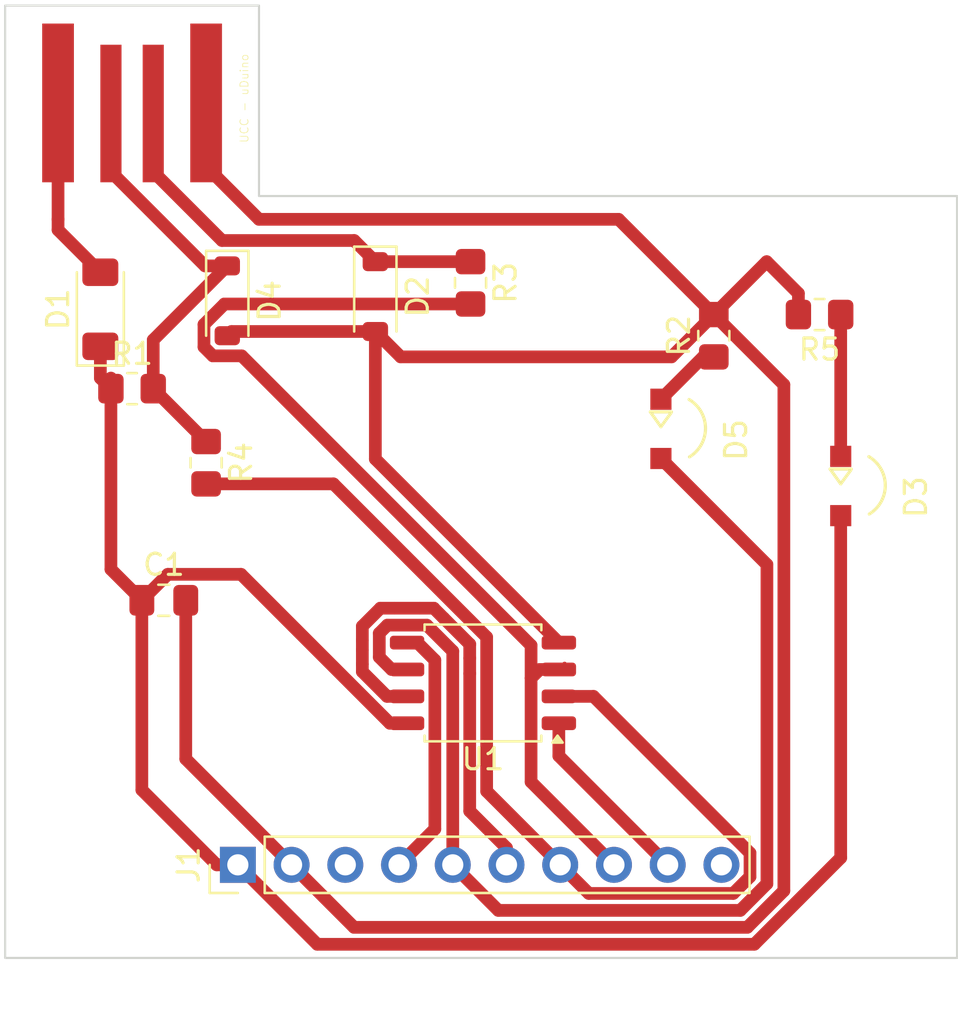
<source format=kicad_pcb>
(kicad_pcb (version 20241229) (generator "pcbnew") (generator_version "9.0")
  (layers (0 "F.Cu" signal) (2 "B.Cu" signal) (13 "F.Paste" user) (15 "B.Paste" user) (5 "F.SilkS" user "F.Silkscreen") (7 "B.SilkS" user "B.Silkscreen") (1 "F.Mask" user) (3 "B.Mask" user) (25 "Edge.Cuts" user))
  (net 0 "")
  (net 1 "GND")
  (net 2 "Net-(D1-A)")
  (net 3 "+5V")
  (net 4 "Net-(D2-K)")
  (net 5 "Net-(D3-K)")
  (net 6 "Net-(D4-K)")
  (net 7 "Net-(D5-K)")
  (net 8 "Net-(D5-A)")
  (net 9 "Net-(J1-Pin_4)")
  (net 10 "Net-(J1-Pin_7)")
  (net 12 "Net-(J1-Pin_6)")
  (net 13 "Net-(J1-Pin_9)")
  (net 14 "Net-(J1-Pin_8)")
  (footprint "Package_SO:SOIC-8_5.3x5.3mm_P1.27mm" (layer "F.Cu") (at 142.5875 85.405 180)
    (property "Reference" "U1" (at 0 -3.6 0) (layer "F.SilkS"))
    (property "Value" "ATtiny85-20S")
    (fp_line (start 2.76 2.76) (end 2.76 2.49) (stroke (width 0.12)) (layer "F.SilkS"))
    (fp_line (start 2.76 -2.76) (end 2.76 -2.49) (stroke (width 0.12)) (layer "F.SilkS"))
    (fp_line (start 0 2.76) (end 2.76 2.76) (stroke (width 0.12)) (layer "F.SilkS"))
    (fp_line (start 0 2.76) (end -2.76 2.76) (stroke (width 0.12)) (layer "F.SilkS"))
    (fp_line (start 0 -2.76) (end 2.76 -2.76) (stroke (width 0.12)) (layer "F.SilkS"))
    (fp_line (start 0 -2.76) (end -2.76 -2.76) (stroke (width 0.12)) (layer "F.SilkS"))
    (fp_line (start -2.76 2.76) (end -2.76 2.49) (stroke (width 0.12)) (layer "F.SilkS"))
    (fp_line (start -2.76 -2.76) (end -2.76 -2.49) (stroke (width 0.12)) (layer "F.SilkS"))
    (fp_poly (pts (xy -3.525 -2.49) (xy -3.765 -2.82) (xy -3.285 -2.82)) (stroke (width 0.12)) (fill yes) (layer "F.SilkS"))
    (pad "1" smd roundrect (at -3.5875 -1.905 180) (size 1.625 0.65) (layers "F.Cu" "F.Mask" "F.Paste") (net 13 "Net-(J1-Pin_9)"))
    (pad "2" smd roundrect (at -3.5875 -0.635 180) (size 1.625 0.65) (layers "F.Cu" "F.Mask" "F.Paste") (net 10 "Net-(J1-Pin_7)"))
    (pad "3" smd roundrect (at -3.5875 0.635 180) (size 1.625 0.65) (layers "F.Cu" "F.Mask" "F.Paste") (net 14 "Net-(J1-Pin_8)"))
    (pad "4" smd roundrect (at -3.5875 1.905 180) (size 1.625 0.65) (layers "F.Cu" "F.Mask" "F.Paste") (net 1 "GND"))
    (pad "5" smd roundrect (at 3.5875 1.905 180) (size 1.625 0.65) (layers "F.Cu" "F.Mask" "F.Paste") (net 9 "Net-(J1-Pin_4)"))
    (pad "6" smd roundrect (at 3.5875 0.635 180) (size 1.625 0.65) (layers "F.Cu" "F.Mask" "F.Paste") (net 8 "Net-(D5-A)"))
    (pad "7" smd roundrect (at 3.5875 -0.635 180) (size 1.625 0.65) (layers "F.Cu" "F.Mask" "F.Paste") (net 12 "Net-(J1-Pin_6)"))
    (pad "8" smd roundrect (at 3.5875 -1.905 180) (size 1.625 0.65) (layers "F.Cu" "F.Mask" "F.Paste") (net 3 "+5V"))
  )
  (footprint "Diode_SMD:D_SOD-123" (layer "F.Cu") (at 130.5 67.35 -90)
    (property "Reference" "D4" (at 0 -2 90) (layer "F.SilkS"))
    (property "Value" "3.6V 1/2mW")
    (fp_line (start -2.36 1) (end 1.65 1) (stroke (width 0.12)) (layer "F.SilkS"))
    (fp_line (start -2.36 -1) (end -2.36 1) (stroke (width 0.12)) (layer "F.SilkS"))
    (fp_line (start -2.36 -1) (end 1.65 -1) (stroke (width 0.12)) (layer "F.SilkS"))
    (pad "1" smd roundrect (at -1.65 0 270) (size 0.9 1.2) (layers "F.Cu" "F.Mask" "F.Paste") (net 6 "Net-(D4-K)"))
    (pad "2" smd roundrect (at 1.65 0 270) (size 0.9 1.2) (layers "F.Cu" "F.Mask" "F.Paste") (net 1 "GND"))
  )
  (footprint "ledSmd:ledSMD" (layer "F.Cu") (at 159.5 76.5 -90)
    (property "Reference" "D3" (at 0.125 -3.55 90) (layer "F.SilkS"))
    (property "Value" "LED Red")
    (fp_line (start -1.2 0.5) (end -1.2 -0.5) (stroke (width 0.15)) (layer "F.SilkS"))
    (fp_line (start -0.5 0) (end -1.2 0.5) (stroke (width 0.15)) (layer "F.SilkS"))
    (fp_line (start -1.15 -0.475) (end -0.5 0) (stroke (width 0.15)) (layer "F.SilkS"))
    (fp_arc (start -1.786089 -1.331572) (mid -0.435753 -2.107089) (end 0.924999 -1.349999) (stroke (width 0.15)) (layer "F.SilkS"))
    (pad "1" smd rect (at -1.8 0 270) (size 1 1) (layers "F.Cu" "F.Mask" "F.Paste") (net 5 "Net-(D3-K)"))
    (pad "2" smd rect (at 1 0 270) (size 1 1) (layers "F.Cu" "F.Mask" "F.Paste") (net 3 "+5V"))
  )
  (footprint "embeddedPcbUsb:USB_A_UCC" (layer "F.Cu") (at 126 58.2 -90)
    (property "Reference" "J2" (hide yes))
    (property "Value" "USB_A" (hide yes))
    (fp_text user "UCC - uDuino" (at -2.54 -5.08 90) (layer "F.SilkS") (effects (font (size 0.38608 0.38608) (thickness 0.032512)) (justify right top)))
    (pad "1" smd rect (at -0.2 3.5 270) (size 7.5 1.5) (layers "F.Cu" "F.Mask" "F.Paste") (net 2 "Net-(D1-A)"))
    (pad "2" smd rect (at 0.3 1 270) (size 6.5 1) (layers "F.Cu" "F.Mask" "F.Paste") (net 6 "Net-(D4-K)"))
    (pad "3" smd rect (at 0.3 -1 270) (size 6.5 1) (layers "F.Cu" "F.Mask" "F.Paste") (net 4 "Net-(D2-K)"))
    (pad "4" smd rect (at -0.2 -3.5 270) (size 7.5 1.5) (layers "F.Cu" "F.Mask" "F.Paste") (net 1 "GND"))
  )
  (footprint "Resistor_SMD:R_0805_2012Metric_Pad1.20x1.40mm_HandSolder" (layer "F.Cu") (at 153.5 69 90)
    (property "Reference" "R2" (at 0 -1.65 90) (layer "F.SilkS"))
    (property "Value" "330Ω 5% 1/8W")
    (fp_line (start -0.227064 -0.735) (end 0.227064 -0.735) (stroke (width 0.12)) (layer "F.SilkS"))
    (fp_line (start -0.227064 0.735) (end 0.227064 0.735) (stroke (width 0.12)) (layer "F.SilkS"))
    (pad "1" smd roundrect (at -1 0 90) (size 1.2 1.4) (layers "F.Cu" "F.Mask" "F.Paste") (roundrect_rratio 0.208333) (net 7 "Net-(D5-K)"))
    (pad "2" smd roundrect (at 1 0 90) (size 1.2 1.4) (layers "F.Cu" "F.Mask" "F.Paste") (roundrect_rratio 0.208333) (net 1 "GND"))
  )
  (footprint "Capacitor_SMD:C_0805_2012Metric_Pad1.18x1.45mm_HandSolder" (layer "F.Cu") (at 127.5 81.5)
    (property "Reference" "C1" (at 0 -1.68 0) (layer "F.SilkS"))
    (property "Value" "0.1u")
    (fp_line (start -0.261252 -0.735) (end 0.261252 -0.735) (stroke (width 0.12)) (layer "F.SilkS"))
    (fp_line (start -0.261252 0.735) (end 0.261252 0.735) (stroke (width 0.12)) (layer "F.SilkS"))
    (pad "1" smd roundrect (at -1.0375 0) (size 1.175 1.45) (layers "F.Cu" "F.Mask" "F.Paste") (roundrect_rratio 0.212766) (net 3 "+5V"))
    (pad "2" smd roundrect (at 1.0375 0) (size 1.175 1.45) (layers "F.Cu" "F.Mask" "F.Paste") (roundrect_rratio 0.212766) (net 1 "GND"))
  )
  (footprint "ledSmd:ledSMD" (layer "F.Cu") (at 151 73.8 -90)
    (property "Reference" "D5" (at 0.125 -3.55 90) (layer "F.SilkS"))
    (property "Value" "LED Green")
    (fp_line (start -1.2 0.5) (end -1.2 -0.5) (stroke (width 0.15)) (layer "F.SilkS"))
    (fp_line (start -0.5 0) (end -1.2 0.5) (stroke (width 0.15)) (layer "F.SilkS"))
    (fp_line (start -1.15 -0.475) (end -0.5 0) (stroke (width 0.15)) (layer "F.SilkS"))
    (fp_arc (start -1.786089 -1.331572) (mid -0.435753 -2.107089) (end 0.924999 -1.349999) (stroke (width 0.15)) (layer "F.SilkS"))
    (pad "1" smd rect (at -1.8 0 270) (size 1 1) (layers "F.Cu" "F.Mask" "F.Paste") (net 7 "Net-(D5-K)"))
    (pad "2" smd rect (at 1 0 270) (size 1 1) (layers "F.Cu" "F.Mask" "F.Paste") (net 8 "Net-(D5-A)"))
  )
  (footprint "Connector_PinHeader_2.54mm:PinHeader_1x10_P2.54mm_Vertical" (layer "F.Cu") (at 131 94 90)
    (property "Reference" "J1" (at 0 -2.33 90) (layer "F.SilkS"))
    (property "Value" "Conn_01x10_Socket")
    (fp_line (start -1.33 -1.33) (end 0 -1.33) (stroke (width 0.12)) (layer "F.SilkS"))
    (fp_line (start -1.33 0) (end -1.33 -1.33) (stroke (width 0.12)) (layer "F.SilkS"))
    (fp_line (start 1.33 1.27) (end 1.33 24.19) (stroke (width 0.12)) (layer "F.SilkS"))
    (fp_line (start -1.33 1.27) (end 1.33 1.27) (stroke (width 0.12)) (layer "F.SilkS"))
    (fp_line (start -1.33 1.27) (end -1.33 24.19) (stroke (width 0.12)) (layer "F.SilkS"))
    (fp_line (start -1.33 24.19) (end 1.33 24.19) (stroke (width 0.12)) (layer "F.SilkS"))
    (pad "1" thru_hole rect (at 0 0 90) (size 1.7 1.7) (drill 1) (layers "*.Cu" "*.Mask") (net 3 "+5V"))
    (pad "2" thru_hole oval (at 0 2.54 90) (size 1.7 1.7) (drill 1) (layers "*.Cu" "*.Mask") (net 1 "GND"))
    (pad "3" thru_hole oval (at 0 5.08 90) (size 1.7 1.7) (drill 1) (layers "*.Cu" "*.Mask"))
    (pad "4" thru_hole oval (at 0 7.62 90) (size 1.7 1.7) (drill 1) (layers "*.Cu" "*.Mask") (net 9 "Net-(J1-Pin_4)"))
    (pad "5" thru_hole oval (at 0 10.16 90) (size 1.7 1.7) (drill 1) (layers "*.Cu" "*.Mask") (net 8 "Net-(D5-A)"))
    (pad "6" thru_hole oval (at 0 12.7 90) (size 1.7 1.7) (drill 1) (layers "*.Cu" "*.Mask") (net 12 "Net-(J1-Pin_6)"))
    (pad "7" thru_hole oval (at 0 15.24 90) (size 1.7 1.7) (drill 1) (layers "*.Cu" "*.Mask") (net 10 "Net-(J1-Pin_7)"))
    (pad "8" thru_hole oval (at 0 17.78 90) (size 1.7 1.7) (drill 1) (layers "*.Cu" "*.Mask") (net 14 "Net-(J1-Pin_8)"))
    (pad "9" thru_hole oval (at 0 20.32 90) (size 1.7 1.7) (drill 1) (layers "*.Cu" "*.Mask") (net 13 "Net-(J1-Pin_9)"))
    (pad "10" thru_hole oval (at 0 22.86 90) (size 1.7 1.7) (drill 1) (layers "*.Cu" "*.Mask"))
  )
  (footprint "Diode_SMD:D_MiniMELF" (layer "F.Cu") (at 124.5 67.75 90)
    (property "Reference" "D1" (at 0 -2 90) (layer "F.SilkS"))
    (property "Value" "D_Filled")
    (fp_line (start 1.75 -1.11) (end -2.66 -1.11) (stroke (width 0.12)) (layer "F.SilkS"))
    (fp_line (start -2.66 -1.11) (end -2.66 1.11) (stroke (width 0.12)) (layer "F.SilkS"))
    (fp_line (start -2.66 1.11) (end 1.75 1.11) (stroke (width 0.12)) (layer "F.SilkS"))
    (pad "1" smd roundrect (at -1.75 0 90) (size 1.3 1.7) (layers "F.Cu" "F.Mask" "F.Paste") (roundrect_rratio 0.1923076923) (net 3 "+5V"))
    (pad "2" smd roundrect (at 1.75 0 90) (size 1.3 1.7) (layers "F.Cu" "F.Mask" "F.Paste") (roundrect_rratio 0.1923076923) (net 2 "Net-(D1-A)"))
  )
  (footprint "Diode_SMD:D_SOD-123" (layer "F.Cu") (at 137.5 67.15 -90)
    (property "Reference" "D2" (at 0 -2 90) (layer "F.SilkS"))
    (property "Value" "3.6V 1/2mW")
    (fp_line (start -2.36 1) (end 1.65 1) (stroke (width 0.12)) (layer "F.SilkS"))
    (fp_line (start -2.36 -1) (end -2.36 1) (stroke (width 0.12)) (layer "F.SilkS"))
    (fp_line (start -2.36 -1) (end 1.65 -1) (stroke (width 0.12)) (layer "F.SilkS"))
    (pad "1" smd roundrect (at -1.65 0 270) (size 0.9 1.2) (layers "F.Cu" "F.Mask" "F.Paste") (net 4 "Net-(D2-K)"))
    (pad "2" smd roundrect (at 1.65 0 270) (size 0.9 1.2) (layers "F.Cu" "F.Mask" "F.Paste") (net 1 "GND"))
  )
  (footprint "Resistor_SMD:R_0805_2012Metric_Pad1.20x1.40mm_HandSolder" (layer "F.Cu") (at 126 71.5)
    (property "Reference" "R1" (at 0 -1.65 0) (layer "F.SilkS"))
    (property "Value" "1.5KΩ 5% 1/8W")
    (fp_line (start -0.227064 -0.735) (end 0.227064 -0.735) (stroke (width 0.12)) (layer "F.SilkS"))
    (fp_line (start -0.227064 0.735) (end 0.227064 0.735) (stroke (width 0.12)) (layer "F.SilkS"))
    (pad "1" smd roundrect (at -1 0) (size 1.2 1.4) (layers "F.Cu" "F.Mask" "F.Paste") (roundrect_rratio 0.208333) (net 3 "+5V"))
    (pad "2" smd roundrect (at 1 0) (size 1.2 1.4) (layers "F.Cu" "F.Mask" "F.Paste") (roundrect_rratio 0.208333) (net 6 "Net-(D4-K)"))
  )
  (footprint "Resistor_SMD:R_0805_2012Metric_Pad1.20x1.40mm_HandSolder" (layer "F.Cu") (at 142 66.5 -90)
    (property "Reference" "R3" (at 0 -1.65 90) (layer "F.SilkS"))
    (property "Value" "68Ω 5% 1/8W")
    (fp_line (start -0.227064 0.735) (end 0.227064 0.735) (stroke (width 0.12)) (layer "F.SilkS"))
    (fp_line (start -0.227064 -0.735) (end 0.227064 -0.735) (stroke (width 0.12)) (layer "F.SilkS"))
    (pad "1" smd roundrect (at -1 0 270) (size 1.2 1.4) (layers "F.Cu" "F.Mask" "F.Paste") (roundrect_rratio 0.208333) (net 4 "Net-(D2-K)"))
    (pad "2" smd roundrect (at 1 0 270) (size 1.2 1.4) (layers "F.Cu" "F.Mask" "F.Paste") (roundrect_rratio 0.208333) (net 14 "Net-(J1-Pin_8)"))
  )
  (footprint "Resistor_SMD:R_0805_2012Metric_Pad1.20x1.40mm_HandSolder" (layer "F.Cu") (at 158.5 68 180)
    (property "Reference" "R5" (at 0 -1.65 0) (layer "F.SilkS"))
    (property "Value" "330Ω 5% 1/8W")
    (fp_line (start -0.227064 0.735) (end 0.227064 0.735) (stroke (width 0.12)) (layer "F.SilkS"))
    (fp_line (start -0.227064 -0.735) (end 0.227064 -0.735) (stroke (width 0.12)) (layer "F.SilkS"))
    (pad "1" smd roundrect (at -1 0 180) (size 1.2 1.4) (layers "F.Cu" "F.Mask" "F.Paste") (roundrect_rratio 0.208333) (net 5 "Net-(D3-K)"))
    (pad "2" smd roundrect (at 1 0 180) (size 1.2 1.4) (layers "F.Cu" "F.Mask" "F.Paste") (roundrect_rratio 0.208333) (net 1 "GND"))
  )
  (footprint "Resistor_SMD:R_0805_2012Metric_Pad1.20x1.40mm_HandSolder" (layer "F.Cu") (at 129.5 75 -90)
    (property "Reference" "R4" (at 0 -1.65 90) (layer "F.SilkS"))
    (property "Value" "68Ω 5% 1/8W")
    (fp_line (start -0.227064 0.735) (end 0.227064 0.735) (stroke (width 0.12)) (layer "F.SilkS"))
    (fp_line (start -0.227064 -0.735) (end 0.227064 -0.735) (stroke (width 0.12)) (layer "F.SilkS"))
    (pad "1" smd roundrect (at -1 0 270) (size 1.2 1.4) (layers "F.Cu" "F.Mask" "F.Paste") (roundrect_rratio 0.208333) (net 6 "Net-(D4-K)"))
    (pad "2" smd roundrect (at 1 0 270) (size 1.2 1.4) (layers "F.Cu" "F.Mask" "F.Paste") (roundrect_rratio 0.208333) (net 10 "Net-(J1-Pin_7)"))
  )
  (gr_poly (pts (xy 120 98.4) (xy 120 53.4) (xy 132 53.4) (xy 132 62.4) (xy 165 62.4) (xy 165 98.4)) (stroke (width 0.1)) (fill no) (layer "Edge.Cuts"))
  (segment (start 149 63.5) (end 132 63.5) (width 0.6) (layer "F.Cu") (net 1))
  (segment (start 136.493 96.953) (end 155.083173 96.953) (width 0.6) (layer "F.Cu") (net 1))
  (segment (start 137.5 68.8) (end 130.7 68.8) (width 0.6) (layer "F.Cu") (net 1))
  (segment (start 156 65.5) (end 157.5 67) (width 0.6) (layer "F.Cu") (net 1))
  (segment (start 155.083173 96.953) (end 156.813 95.223175) (width 0.6) (layer "F.Cu") (net 1))
  (segment (start 130.7 68.8) (end 130.5 69) (width 0.6) (layer "F.Cu") (net 1))
  (segment (start 132 63.5) (end 129.5 61) (width 0.6) (layer "F.Cu") (net 1))
  (segment (start 137.5 68.8) (end 138.7 70) (width 0.6) (layer "F.Cu") (net 1))
  (segment (start 129.5 61) (end 129.5 58) (width 0.6) (layer "F.Cu") (net 1))
  (segment (start 153.5 68) (end 156 65.5) (width 0.6) (layer "F.Cu") (net 1))
  (segment (start 133.54 94) (end 136.493 96.953) (width 0.6) (layer "F.Cu") (net 1))
  (segment (start 156.813 95.223175) (end 156.813 71.313) (width 0.6) (layer "F.Cu") (net 1))
  (segment (start 151.5 70) (end 153.5 68) (width 0.6) (layer "F.Cu") (net 1))
  (segment (start 157.5 67) (end 157.5 68) (width 0.6) (layer "F.Cu") (net 1))
  (segment (start 137.5 68.8) (end 137.5 74.825) (width 0.6) (layer "F.Cu") (net 1))
  (segment (start 156.813 71.313) (end 153.5 68) (width 0.6) (layer "F.Cu") (net 1))
  (segment (start 138.7 70) (end 151.5 70) (width 0.6) (layer "F.Cu") (net 1))
  (segment (start 137.5 74.825) (end 146.175 83.5) (width 0.6) (layer "F.Cu") (net 1))
  (segment (start 128.5375 81.5) (end 128.5375 88.9975) (width 0.6) (layer "F.Cu") (net 1))
  (segment (start 153.5 68) (end 149 63.5) (width 0.6) (layer "F.Cu") (net 1))
  (segment (start 128.5375 88.9975) (end 133.54 94) (width 0.6) (layer "F.Cu") (net 1))
  (segment (start 122.5 58) (end 122.5 63.5) (width 0.6) (layer "F.Cu") (net 2))
  (segment (start 122.5 63.5) (end 122.5 64) (width 0.6) (layer "F.Cu") (net 2))
  (segment (start 122.5 64) (end 124.5 66) (width 0.6) (layer "F.Cu") (net 2))
  (segment (start 126.4625 81.5) (end 127.6885 80.274) (width 0.6) (layer "F.Cu") (net 3))
  (segment (start 125 71.5) (end 125 71) (width 0.6) (layer "F.Cu") (net 3))
  (segment (start 125 71.5) (end 125 80.0375) (width 0.6) (layer "F.Cu") (net 3))
  (segment (start 131.151501 80.274) (end 138.187501 87.31) (width 0.6) (layer "F.Cu") (net 3))
  (segment (start 155.414958 97.754) (end 134.754 97.754) (width 0.6) (layer "F.Cu") (net 3))
  (segment (start 124.5 69.5) (end 124.5 71) (width 0.6) (layer "F.Cu") (net 3))
  (segment (start 134.754 97.754) (end 131 94) (width 0.6) (layer "F.Cu") (net 3))
  (segment (start 126.4625 90.4625) (end 130 94) (width 0.6) (layer "F.Cu") (net 3))
  (segment (start 126.4625 81.5) (end 126.4625 90.4625) (width 0.6) (layer "F.Cu") (net 3))
  (segment (start 159.5 77.5) (end 159.5 93.668958) (width 0.6) (layer "F.Cu") (net 3))
  (segment (start 125 80.0375) (end 126.4625 81.5) (width 0.6) (layer "F.Cu") (net 3))
  (segment (start 127.6885 80.274) (end 131.151501 80.274) (width 0.6) (layer "F.Cu") (net 3))
  (segment (start 130 94) (end 131 94) (width 0.6) (layer "F.Cu") (net 3))
  (segment (start 124.5 71) (end 125 71.5) (width 0.6) (layer "F.Cu") (net 3))
  (segment (start 138.187501 87.31) (end 139 87.31) (width 0.6) (layer "F.Cu") (net 3))
  (segment (start 159.5 93.668958) (end 155.414958 97.754) (width 0.6) (layer "F.Cu") (net 3))
  (segment (start 127 61.25) (end 130.25 64.5) (width 0.6) (layer "F.Cu") (net 4))
  (segment (start 130.25 64.5) (end 136.5 64.5) (width 0.6) (layer "F.Cu") (net 4))
  (segment (start 137.5 65.5) (end 142 65.5) (width 0.6) (layer "F.Cu") (net 4))
  (segment (start 127 58.5) (end 127 61.25) (width 0.6) (layer "F.Cu") (net 4))
  (segment (start 136.5 64.5) (end 137.5 65.5) (width 0.6) (layer "F.Cu") (net 4))
  (segment (start 159.5 68) (end 159.5 74.7) (width 0.6) (layer "F.Cu") (net 5))
  (segment (start 129.5 74) (end 127 71.5) (width 0.6) (layer "F.Cu") (net 6))
  (segment (start 127 69.2) (end 127 71.5) (width 0.6) (layer "F.Cu") (net 6))
  (segment (start 130.5 65.7) (end 127 69.2) (width 0.6) (layer "F.Cu") (net 6))
  (segment (start 125 61.25) (end 129.45 65.7) (width 0.6) (layer "F.Cu") (net 6))
  (segment (start 129.45 65.7) (end 130.5 65.7) (width 0.6) (layer "F.Cu") (net 6))
  (segment (start 125 58.5) (end 125 61.25) (width 0.6) (layer "F.Cu") (net 6))
  (segment (start 153.5 70) (end 153 70) (width 0.6) (layer "F.Cu") (net 7))
  (segment (start 153 70) (end 151 72) (width 0.6) (layer "F.Cu") (net 7))
  (segment (start 137.6865 84.1865) (end 138.27 84.77) (width 0.6) (layer "F.Cu") (net 8))
  (segment (start 138.27 84.77) (end 139 84.77) (width 0.6) (layer "F.Cu") (net 8))
  (segment (start 141.16 94) (end 141.16 83.904666) (width 0.6) (layer "F.Cu") (net 8))
  (segment (start 154.751388 96.152) (end 143.312 96.152) (width 0.6) (layer "F.Cu") (net 8))
  (segment (start 137.6865 83.058166) (end 137.6865 84.1865) (width 0.6) (layer "F.Cu") (net 8))
  (segment (start 156.012 94.891389) (end 154.751388 96.152) (width 0.6) (layer "F.Cu") (net 8))
  (segment (start 141.16 83.904666) (end 139.929334 82.674) (width 0.6) (layer "F.Cu") (net 8))
  (segment (start 139.929334 82.674) (end 138.070666 82.674) (width 0.6) (layer "F.Cu") (net 8))
  (segment (start 143.312 96.152) (end 141.16 94) (width 0.6) (layer "F.Cu") (net 8))
  (segment (start 151 74.8) (end 156.012 79.812) (width 0.6) (layer "F.Cu") (net 8))
  (segment (start 138.070666 82.674) (end 137.6865 83.058166) (width 0.6) (layer "F.Cu") (net 8))
  (segment (start 156.012 79.812) (end 156.012 94.891389) (width 0.6) (layer "F.Cu") (net 8))
  (segment (start 138.62 94) (end 140.3135 92.3065) (width 0.6) (layer "F.Cu") (net 9))
  (segment (start 140.3135 84.328166) (end 139.485334 83.5) (width 0.6) (layer "F.Cu") (net 9))
  (segment (start 140.3135 92.3065) (end 140.3135 84.328166) (width 0.6) (layer "F.Cu") (net 9))
  (segment (start 139.485334 83.5) (end 139 83.5) (width 0.6) (layer "F.Cu") (net 9))
  (segment (start 146.175 86.04) (end 147.810603 86.04) (width 0.6) (layer "F.Cu") (net 10))
  (segment (start 135.520906 76) (end 129.5 76) (width 0.6) (layer "F.Cu") (net 10))
  (segment (start 146.24 94) (end 142.762 90.522) (width 0.6) (layer "F.Cu") (net 10))
  (segment (start 147.591 95.351) (end 146.24 94) (width 0.6) (layer "F.Cu") (net 10))
  (segment (start 142.762 90.522) (end 142.762 83.241094) (width 0.6) (layer "F.Cu") (net 10))
  (segment (start 155.211 94.559603) (end 154.419603 95.351) (width 0.6) (layer "F.Cu") (net 10))
  (segment (start 154.419603 95.351) (end 147.591 95.351) (width 0.6) (layer "F.Cu") (net 10))
  (segment (start 142.762 83.241094) (end 135.520906 76) (width 0.6) (layer "F.Cu") (net 10))
  (segment (start 155.211 93.440397) (end 155.211 94.559603) (width 0.6) (layer "F.Cu") (net 10))
  (segment (start 147.810603 86.04) (end 155.211 93.440397) (width 0.6) (layer "F.Cu") (net 10))
  (segment (start 137.73888 81.873) (end 136.8855 82.726381) (width 0.6) (layer "F.Cu") (net 12))
  (segment (start 137.73888 81.873) (end 137.738881 81.873) (width 0.6) (layer "F.Cu") (net 12))
  (segment (start 139.597548 81.873) (end 138.402452 81.873) (width 0.6) (layer "F.Cu") (net 12))
  (segment (start 136.8855 84.875213) (end 138.050287 86.04) (width 0.6) (layer "F.Cu") (net 12))
  (segment (start 141.961 84.961) (end 141.961 84.236452) (width 0.6) (layer "F.Cu") (net 12))
  (segment (start 138.050287 86.04) (end 139 86.04) (width 0.6) (layer "F.Cu") (net 12))
  (segment (start 143.7 94) (end 143.7 93.2) (width 0.6) (layer "F.Cu") (net 12))
  (segment (start 140.261119 81.873) (end 139.597548 81.873) (width 0.6) (layer "F.Cu") (net 12))
  (segment (start 136.8855 83.389952) (end 136.8855 83.854714) (width 0.6) (layer "F.Cu") (net 12))
  (segment (start 140.730334 82.342215) (end 140.26112 81.873) (width 0.6) (layer "F.Cu") (net 12))
  (segment (start 140.26112 81.873) (end 140.261119 81.873) (width 0.6) (layer "F.Cu") (net 12))
  (segment (start 141.961 83.57288) (end 140.730334 82.342215) (width 0.6) (layer "F.Cu") (net 12))
  (segment (start 141.961 83.572881) (end 141.961 83.57288) (width 0.6) (layer "F.Cu") (net 12))
  (segment (start 141.961 84.236452) (end 141.961 83.572881) (width 0.6) (layer "F.Cu") (net 12))
  (segment (start 138.402452 81.873) (end 137.738881 81.873) (width 0.6) (layer "F.Cu") (net 12))
  (segment (start 136.8855 83.854714) (end 136.8855 84.518285) (width 0.6) (layer "F.Cu") (net 12))
  (segment (start 136.8855 84.518286) (end 136.8855 84.875213) (width 0.6) (layer "F.Cu") (net 12))
  (segment (start 136.8855 84.518285) (end 136.8855 84.518286) (width 0.6) (layer "F.Cu") (net 12))
  (segment (start 143.7 93.2) (end 141.961 91.461) (width 0.6) (layer "F.Cu") (net 12))
  (segment (start 141.961 91.461) (end 141.961 84.961) (width 0.6) (layer "F.Cu") (net 12))
  (segment (start 136.8855 82.726381) (end 136.8855 83.389952) (width 0.6) (layer "F.Cu") (net 12))
  (segment (start 151.32 94) (end 146.175 88.855) (width 0.6) (layer "F.Cu") (net 13))
  (segment (start 146.175 88.855) (end 146.175 87.31) (width 0.6) (layer "F.Cu") (net 13))
  (segment (start 145.27 84.77) (end 146.175 84.77) (width 0.6) (layer "F.Cu") (net 14))
  (segment (start 131.181954 69.951) (end 129.818046 69.951) (width 0.6) (layer "F.Cu") (net 14))
  (segment (start 144.8615 85.1785) (end 145.27 84.77) (width 0.6) (layer "F.Cu") (net 14))
  (segment (start 146.37749 84.77) (end 146.175 84.77) (width 0.2) (layer "F.Cu") (net 14))
  (segment (start 144.8615 90.0815) (end 144.8615 85.1785) (width 0.6) (layer "F.Cu") (net 14))
  (segment (start 129.399 68.468046) (end 130.367046 67.5) (width 0.6) (layer "F.Cu") (net 14))
  (segment (start 129.399 69.531954) (end 129.399 68.468046) (width 0.6) (layer "F.Cu") (net 14))
  (segment (start 130.367046 67.5) (end 142 67.5) (width 0.6) (layer "F.Cu") (net 14))
  (segment (start 146.175 84.77) (end 146.445 84.5) (width 0.2) (layer "F.Cu") (net 14))
  (segment (start 144.8615 85.1785) (end 144.8615 83.630546) (width 0.6) (layer "F.Cu") (net 14))
  (segment (start 148.78 94) (end 144.8615 90.0815) (width 0.6) (layer "F.Cu") (net 14))
  (segment (start 129.818046 69.951) (end 129.399 69.531954) (width 0.6) (layer "F.Cu") (net 14))
  (segment (start 144.8615 83.630546) (end 131.181954 69.951) (width 0.6) (layer "F.Cu") (net 14))
)
</source>
